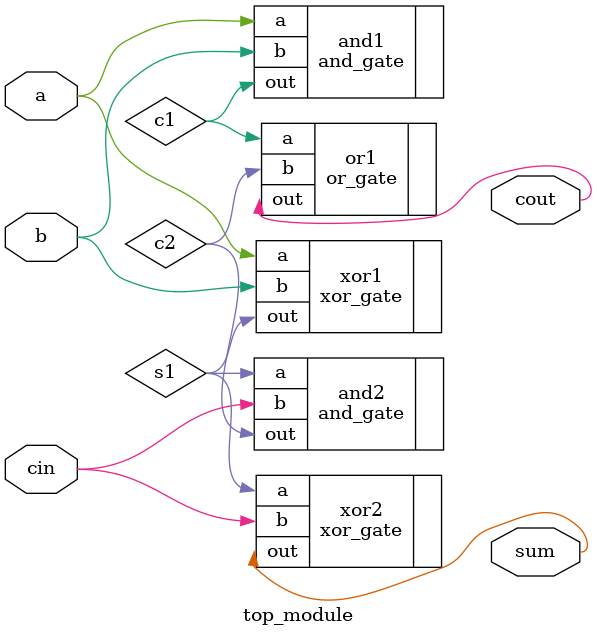
<source format=sv>
module top_module (
	input a,
	input b,
	input cin,
	output cout,
	output sum
);

	// Assign intermediate signals
	wire s1, s2, c1, c2;
	
	// Create instances for the XOR gates
	xor_gate xor1(.a(a), .b(b), .out(s1));
	xor_gate xor2(.a(s1), .b(cin), .out(sum));
	
	// Create instances for the AND gates
	and_gate and1(.a(a), .b(b), .out(c1));
	and_gate and2(.a(s1), .b(cin), .out(c2));
	
	// Create instances for the OR gate
	or_gate or1(.a(c1), .b(c2), .out(cout));

endmodule

</source>
